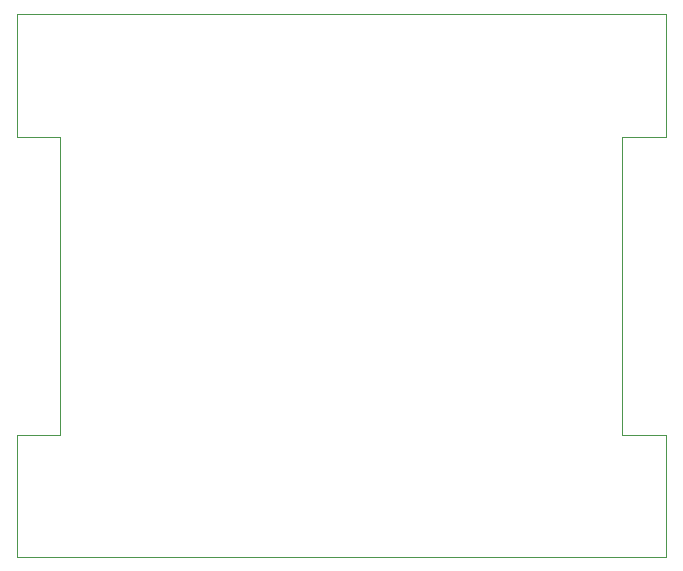
<source format=gbr>
%TF.GenerationSoftware,KiCad,Pcbnew,(5.0.2)-1*%
%TF.CreationDate,2020-07-31T10:54:53+02:00*%
%TF.ProjectId,Multimeter_Watch_DisplayBoard_V1,4d756c74-696d-4657-9465-725f57617463,rev?*%
%TF.SameCoordinates,Original*%
%TF.FileFunction,Profile,NP*%
%FSLAX46Y46*%
G04 Gerber Fmt 4.6, Leading zero omitted, Abs format (unit mm)*
G04 Created by KiCad (PCBNEW (5.0.2)-1) date 31.7.2020 10:54:53*
%MOMM*%
%LPD*%
G01*
G04 APERTURE LIST*
%ADD10C,0.050000*%
G04 APERTURE END LIST*
D10*
X107700000Y-65400000D02*
X107300000Y-65400000D01*
X107700000Y-90700000D02*
X107700000Y-65400000D01*
X107300000Y-90700000D02*
X107700000Y-90700000D01*
X155300000Y-90700000D02*
X155700000Y-90700000D01*
X155300000Y-65400000D02*
X155300000Y-90700000D01*
X155700000Y-65400000D02*
X155300000Y-65400000D01*
X104000000Y-65400000D02*
X104000000Y-55000000D01*
X107300000Y-65400000D02*
X104000000Y-65400000D01*
X104000000Y-90700000D02*
X107300000Y-90700000D01*
X104000000Y-101000000D02*
X104000000Y-90700000D01*
X159000000Y-101000000D02*
X104000000Y-101000000D01*
X159000000Y-90700000D02*
X159000000Y-101000000D01*
X155700000Y-90700000D02*
X159000000Y-90700000D01*
X159000000Y-65400000D02*
X155700000Y-65400000D01*
X159000000Y-55000000D02*
X159000000Y-65400000D01*
X104000000Y-55000000D02*
X159000000Y-55000000D01*
M02*

</source>
